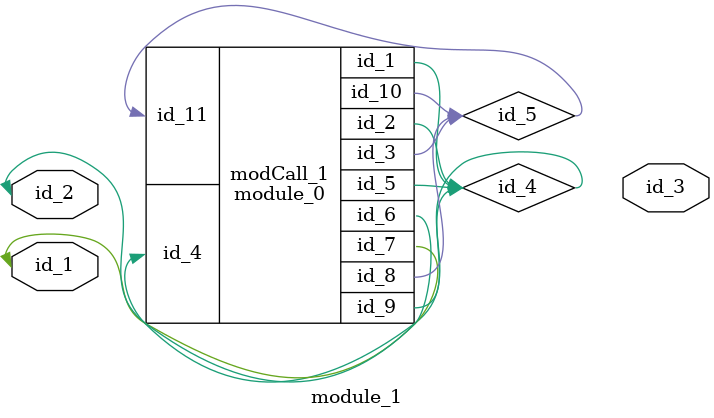
<source format=v>
module module_0 (
    id_1,
    id_2,
    id_3,
    id_4,
    id_5,
    id_6,
    id_7,
    id_8,
    id_9,
    id_10,
    id_11
);
  input wire id_11;
  output wire id_10;
  inout wire id_9;
  output wire id_8;
  output wire id_7;
  inout wire id_6;
  inout wire id_5;
  input wire id_4;
  inout wire id_3;
  inout wire id_2;
  inout wire id_1;
  wire id_12, id_13, id_14, id_15;
  assign module_1.id_3 = 0;
endmodule
module module_1 (
    id_1,
    id_2,
    id_3
);
  output wire id_3;
  inout wire id_2;
  inout wire id_1;
  wire id_4;
  wire id_5;
  module_0 modCall_1 (
      id_4,
      id_4,
      id_5,
      id_4,
      id_4,
      id_2,
      id_1,
      id_5,
      id_4,
      id_5,
      id_5
  );
  wire id_6;
endmodule

</source>
